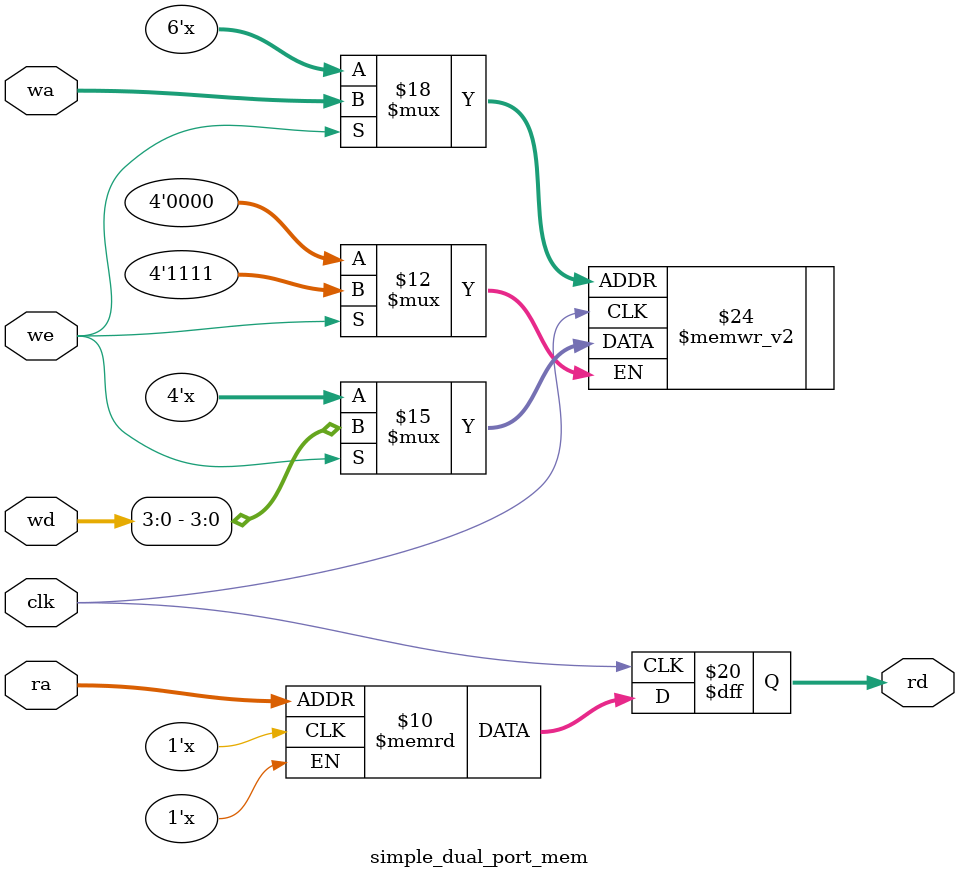
<source format=v>
module simple_dual_port_mem #(
    parameter ADDR_WIDTH = 6,
    parameter DATA_WIDTH = 4
) (
    input wire clk,
    input wire we,  // write enable
    input wire[ADDR_WIDTH-1:0] wa,  // write address
    input wire[ADDR_WIDTH-1:0] wd,  // write data
    input wire[ADDR_WIDTH-1:0] ra,  // read address
    output reg[DATA_WIDTH-1:0] rd  // read data
);
    // memory array
    reg[DATA_WIDTH-1:0] mem[0:(1 << ADDR_WIDTH)-1];

    // write operation
    always @(posedge clk) begin
        if(we) begin
            mem[wa] <= wd;
        end
    end

    // read operation
    always @(posedge clk) begin
        rd <= mem[ra];
    end
endmodule
</source>
